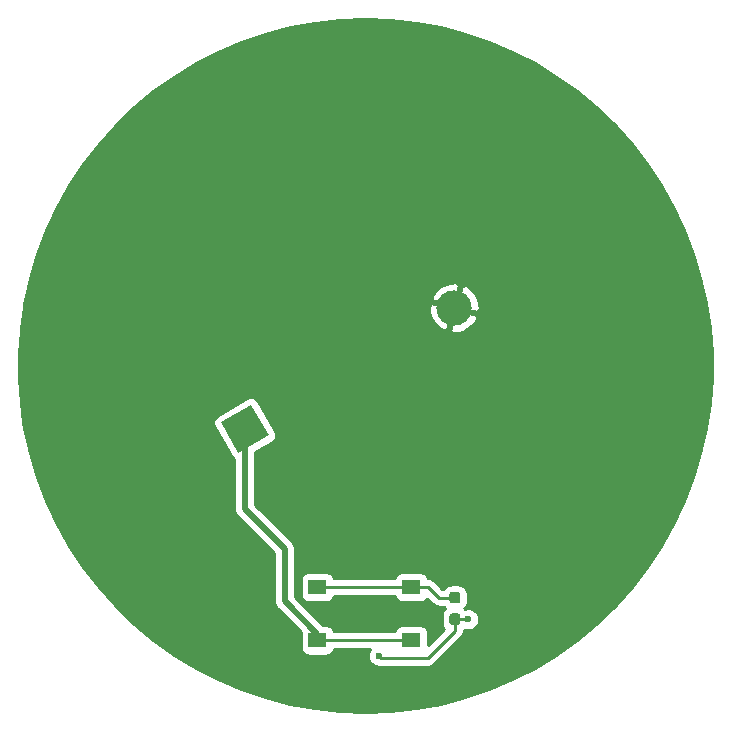
<source format=gbr>
%TF.GenerationSoftware,KiCad,Pcbnew,5.1.9+dfsg1-1~bpo10+1*%
%TF.CreationDate,2022-05-07T14:54:34+02:00*%
%TF.ProjectId,vjeverica-mirror,766a6576-6572-4696-9361-2d6d6972726f,rev?*%
%TF.SameCoordinates,Original*%
%TF.FileFunction,Copper,L2,Bot*%
%TF.FilePolarity,Positive*%
%FSLAX46Y46*%
G04 Gerber Fmt 4.6, Leading zero omitted, Abs format (unit mm)*
G04 Created by KiCad (PCBNEW 5.1.9+dfsg1-1~bpo10+1) date 2022-05-07 14:54:34*
%MOMM*%
%LPD*%
G01*
G04 APERTURE LIST*
%TA.AperFunction,ComponentPad*%
%ADD10C,3.000000*%
%TD*%
%TA.AperFunction,ComponentPad*%
%ADD11C,0.100000*%
%TD*%
%TA.AperFunction,SMDPad,CuDef*%
%ADD12R,1.550000X1.300000*%
%TD*%
%TA.AperFunction,ViaPad*%
%ADD13C,0.600000*%
%TD*%
%TA.AperFunction,Conductor*%
%ADD14C,0.250000*%
%TD*%
%TA.AperFunction,Conductor*%
%ADD15C,0.500000*%
%TD*%
%TA.AperFunction,Conductor*%
%ADD16C,0.254000*%
%TD*%
%TA.AperFunction,Conductor*%
%ADD17C,0.100000*%
%TD*%
G04 APERTURE END LIST*
D10*
%TO.P,BT1,2*%
%TO.N,GND*%
X148844861Y-91685000D03*
%TA.AperFunction,ComponentPad*%
D11*
%TO.P,BT1,1*%
%TO.N,Net-(BT1-Pad1)*%
G36*
X130550962Y-103979038D02*
G01*
X129050962Y-101380962D01*
X131649038Y-99880962D01*
X133149038Y-102479038D01*
X130550962Y-103979038D01*
G37*
%TD.AperFunction*%
%TD*%
%TO.P,R1,1*%
%TO.N,Net-(D1-Pad2)*%
%TA.AperFunction,SMDPad,CuDef*%
G36*
G01*
X149127500Y-118540000D02*
X148652500Y-118540000D01*
G75*
G02*
X148415000Y-118302500I0J237500D01*
G01*
X148415000Y-117802500D01*
G75*
G02*
X148652500Y-117565000I237500J0D01*
G01*
X149127500Y-117565000D01*
G75*
G02*
X149365000Y-117802500I0J-237500D01*
G01*
X149365000Y-118302500D01*
G75*
G02*
X149127500Y-118540000I-237500J0D01*
G01*
G37*
%TD.AperFunction*%
%TO.P,R1,2*%
%TO.N,Net-(R1-Pad2)*%
%TA.AperFunction,SMDPad,CuDef*%
G36*
G01*
X149127500Y-116715000D02*
X148652500Y-116715000D01*
G75*
G02*
X148415000Y-116477500I0J237500D01*
G01*
X148415000Y-115977500D01*
G75*
G02*
X148652500Y-115740000I237500J0D01*
G01*
X149127500Y-115740000D01*
G75*
G02*
X149365000Y-115977500I0J-237500D01*
G01*
X149365000Y-116477500D01*
G75*
G02*
X149127500Y-116715000I-237500J0D01*
G01*
G37*
%TD.AperFunction*%
%TD*%
D12*
%TO.P,SW1,2*%
%TO.N,Net-(R1-Pad2)*%
X137244000Y-115352000D03*
%TO.P,SW1,1*%
%TO.N,Net-(BT1-Pad1)*%
X137244000Y-119852000D03*
X145204000Y-119852000D03*
%TO.P,SW1,2*%
%TO.N,Net-(R1-Pad2)*%
X145204000Y-115352000D03*
%TD*%
D13*
%TO.N,Net-(D1-Pad2)*%
X150030000Y-118070000D03*
X142470000Y-121160000D03*
%TO.N,GND*%
X142450000Y-118050000D03*
X151060000Y-115630000D03*
X129490000Y-114490000D03*
X122010000Y-106230000D03*
X119820000Y-95280000D03*
X123250000Y-84660000D03*
X131740000Y-77270000D03*
X142560000Y-75100000D03*
X153060000Y-78770000D03*
X160380000Y-86910000D03*
X162760000Y-97780000D03*
X159270000Y-108310000D03*
%TD*%
D14*
%TO.N,Net-(BT1-Pad1)*%
X145204000Y-119852000D02*
X137244000Y-119852000D01*
D15*
X131100000Y-101930000D02*
X131100000Y-108720000D01*
X131100000Y-108720000D02*
X134480000Y-112100000D01*
X134480000Y-112100000D02*
X134480000Y-116530000D01*
X137244000Y-119294000D02*
X137244000Y-119852000D01*
X134480000Y-116530000D02*
X137244000Y-119294000D01*
D14*
%TO.N,Net-(D1-Pad2)*%
X150012500Y-118052500D02*
X148890000Y-118052500D01*
X150030000Y-118070000D02*
X150012500Y-118052500D01*
X148890000Y-118052500D02*
X148890000Y-119030000D01*
X148890000Y-119030000D02*
X146600000Y-121320000D01*
X146600000Y-121320000D02*
X142630000Y-121320000D01*
X142630000Y-121320000D02*
X142470000Y-121160000D01*
%TO.N,Net-(R1-Pad2)*%
X148890000Y-116227500D02*
X147527500Y-116227500D01*
X146652000Y-115352000D02*
X145204000Y-115352000D01*
X147527500Y-116227500D02*
X146652000Y-115352000D01*
X145204000Y-115352000D02*
X137244000Y-115352000D01*
%TD*%
D16*
%TO.N,GND*%
X143441683Y-67318271D02*
X145571938Y-67552666D01*
X147679401Y-67941934D01*
X149752828Y-68483998D01*
X151781154Y-69175967D01*
X153753560Y-70014149D01*
X155659520Y-70994070D01*
X157488866Y-72110504D01*
X159231837Y-73357493D01*
X160879134Y-74728384D01*
X162421968Y-76215863D01*
X163852107Y-77811994D01*
X165161921Y-79508259D01*
X166344421Y-81295610D01*
X167393299Y-83164510D01*
X168302957Y-85104988D01*
X169068543Y-87106689D01*
X169685972Y-89158935D01*
X170151949Y-91250775D01*
X170463989Y-93371049D01*
X170620426Y-95508444D01*
X170620426Y-97651556D01*
X170463989Y-99788951D01*
X170151949Y-101909225D01*
X169685972Y-104001065D01*
X169068543Y-106053311D01*
X168302957Y-108055012D01*
X167393299Y-109995490D01*
X166344421Y-111864390D01*
X165161921Y-113651741D01*
X163852107Y-115348006D01*
X162421968Y-116944137D01*
X160879134Y-118431616D01*
X159231837Y-119802507D01*
X157488866Y-121049496D01*
X155659520Y-122165930D01*
X153753560Y-123145851D01*
X151781154Y-123984033D01*
X149752828Y-124676002D01*
X147679401Y-125218066D01*
X145571938Y-125607334D01*
X143441683Y-125841729D01*
X141300000Y-125920000D01*
X139158317Y-125841729D01*
X137028062Y-125607334D01*
X134920599Y-125218066D01*
X132847172Y-124676002D01*
X130818846Y-123984033D01*
X128846440Y-123145851D01*
X126940480Y-122165930D01*
X125111134Y-121049496D01*
X123368163Y-119802507D01*
X121720866Y-118431616D01*
X120178032Y-116944137D01*
X118747893Y-115348006D01*
X117438079Y-113651741D01*
X116255579Y-111864390D01*
X115206701Y-109995490D01*
X114297043Y-108055012D01*
X113531457Y-106053311D01*
X112914028Y-104001065D01*
X112448051Y-101909225D01*
X112364166Y-101339230D01*
X128414256Y-101339230D01*
X128418349Y-101464247D01*
X128446752Y-101586064D01*
X128498375Y-101699998D01*
X129998375Y-104298074D01*
X130071234Y-104399748D01*
X130162528Y-104485255D01*
X130215000Y-104517884D01*
X130215001Y-108676521D01*
X130210719Y-108720000D01*
X130227805Y-108893490D01*
X130278412Y-109060313D01*
X130360590Y-109214059D01*
X130443468Y-109315046D01*
X130443471Y-109315049D01*
X130471184Y-109348817D01*
X130504951Y-109376529D01*
X133595000Y-112466579D01*
X133595001Y-116486521D01*
X133590719Y-116530000D01*
X133607805Y-116703490D01*
X133658412Y-116870313D01*
X133740590Y-117024059D01*
X133823468Y-117125046D01*
X133823471Y-117125049D01*
X133851184Y-117158817D01*
X133884951Y-117186529D01*
X135837159Y-119138737D01*
X135830928Y-119202000D01*
X135830928Y-120502000D01*
X135843188Y-120626482D01*
X135879498Y-120746180D01*
X135938463Y-120856494D01*
X136017815Y-120953185D01*
X136114506Y-121032537D01*
X136224820Y-121091502D01*
X136344518Y-121127812D01*
X136469000Y-121140072D01*
X138019000Y-121140072D01*
X138143482Y-121127812D01*
X138263180Y-121091502D01*
X138373494Y-121032537D01*
X138470185Y-120953185D01*
X138549537Y-120856494D01*
X138608502Y-120746180D01*
X138644812Y-120626482D01*
X138646238Y-120612000D01*
X141711647Y-120612000D01*
X141641414Y-120717111D01*
X141570932Y-120887271D01*
X141535000Y-121067911D01*
X141535000Y-121252089D01*
X141570932Y-121432729D01*
X141641414Y-121602889D01*
X141743738Y-121756028D01*
X141873972Y-121886262D01*
X142027111Y-121988586D01*
X142197271Y-122059068D01*
X142377911Y-122095000D01*
X142562089Y-122095000D01*
X142622654Y-122082953D01*
X142629999Y-122083676D01*
X142667322Y-122080000D01*
X146562678Y-122080000D01*
X146600000Y-122083676D01*
X146637322Y-122080000D01*
X146637333Y-122080000D01*
X146748986Y-122069003D01*
X146892247Y-122025546D01*
X147024276Y-121954974D01*
X147140001Y-121860001D01*
X147163804Y-121830997D01*
X149401003Y-119593799D01*
X149430001Y-119570001D01*
X149456332Y-119537917D01*
X149524974Y-119454277D01*
X149595546Y-119322247D01*
X149604115Y-119293999D01*
X149639003Y-119178986D01*
X149650000Y-119067333D01*
X149650000Y-119067324D01*
X149653676Y-119030001D01*
X149650751Y-119000303D01*
X149711774Y-118950223D01*
X149757271Y-118969068D01*
X149937911Y-119005000D01*
X150122089Y-119005000D01*
X150302729Y-118969068D01*
X150472889Y-118898586D01*
X150626028Y-118796262D01*
X150756262Y-118666028D01*
X150858586Y-118512889D01*
X150929068Y-118342729D01*
X150965000Y-118162089D01*
X150965000Y-117977911D01*
X150929068Y-117797271D01*
X150858586Y-117627111D01*
X150756262Y-117473972D01*
X150626028Y-117343738D01*
X150472889Y-117241414D01*
X150302729Y-117170932D01*
X150122089Y-117135000D01*
X149937911Y-117135000D01*
X149757271Y-117170932D01*
X149740117Y-117178037D01*
X149693768Y-117140000D01*
X149746623Y-117096623D01*
X149855512Y-116963942D01*
X149936423Y-116812567D01*
X149986248Y-116648316D01*
X150003072Y-116477500D01*
X150003072Y-115977500D01*
X149986248Y-115806684D01*
X149936423Y-115642433D01*
X149855512Y-115491058D01*
X149746623Y-115358377D01*
X149613942Y-115249488D01*
X149462567Y-115168577D01*
X149298316Y-115118752D01*
X149127500Y-115101928D01*
X148652500Y-115101928D01*
X148481684Y-115118752D01*
X148317433Y-115168577D01*
X148166058Y-115249488D01*
X148033377Y-115358377D01*
X147943822Y-115467500D01*
X147842302Y-115467500D01*
X147215803Y-114841002D01*
X147192001Y-114811999D01*
X147076276Y-114717026D01*
X146944247Y-114646454D01*
X146800986Y-114602997D01*
X146689333Y-114592000D01*
X146689322Y-114592000D01*
X146652000Y-114588324D01*
X146614678Y-114592000D01*
X146606238Y-114592000D01*
X146604812Y-114577518D01*
X146568502Y-114457820D01*
X146509537Y-114347506D01*
X146430185Y-114250815D01*
X146333494Y-114171463D01*
X146223180Y-114112498D01*
X146103482Y-114076188D01*
X145979000Y-114063928D01*
X144429000Y-114063928D01*
X144304518Y-114076188D01*
X144184820Y-114112498D01*
X144074506Y-114171463D01*
X143977815Y-114250815D01*
X143898463Y-114347506D01*
X143839498Y-114457820D01*
X143803188Y-114577518D01*
X143801762Y-114592000D01*
X138646238Y-114592000D01*
X138644812Y-114577518D01*
X138608502Y-114457820D01*
X138549537Y-114347506D01*
X138470185Y-114250815D01*
X138373494Y-114171463D01*
X138263180Y-114112498D01*
X138143482Y-114076188D01*
X138019000Y-114063928D01*
X136469000Y-114063928D01*
X136344518Y-114076188D01*
X136224820Y-114112498D01*
X136114506Y-114171463D01*
X136017815Y-114250815D01*
X135938463Y-114347506D01*
X135879498Y-114457820D01*
X135843188Y-114577518D01*
X135830928Y-114702000D01*
X135830928Y-116002000D01*
X135843188Y-116126482D01*
X135879498Y-116246180D01*
X135938463Y-116356494D01*
X136017815Y-116453185D01*
X136114506Y-116532537D01*
X136224820Y-116591502D01*
X136344518Y-116627812D01*
X136469000Y-116640072D01*
X138019000Y-116640072D01*
X138143482Y-116627812D01*
X138263180Y-116591502D01*
X138373494Y-116532537D01*
X138470185Y-116453185D01*
X138549537Y-116356494D01*
X138608502Y-116246180D01*
X138644812Y-116126482D01*
X138646238Y-116112000D01*
X143801762Y-116112000D01*
X143803188Y-116126482D01*
X143839498Y-116246180D01*
X143898463Y-116356494D01*
X143977815Y-116453185D01*
X144074506Y-116532537D01*
X144184820Y-116591502D01*
X144304518Y-116627812D01*
X144429000Y-116640072D01*
X145979000Y-116640072D01*
X146103482Y-116627812D01*
X146223180Y-116591502D01*
X146333494Y-116532537D01*
X146430185Y-116453185D01*
X146509537Y-116356494D01*
X146534671Y-116309472D01*
X146963701Y-116738503D01*
X146987499Y-116767501D01*
X147016497Y-116791299D01*
X147103223Y-116862474D01*
X147223807Y-116926928D01*
X147235253Y-116933046D01*
X147378514Y-116976503D01*
X147490167Y-116987500D01*
X147490177Y-116987500D01*
X147527500Y-116991176D01*
X147564823Y-116987500D01*
X147943822Y-116987500D01*
X148033377Y-117096623D01*
X148086232Y-117140000D01*
X148033377Y-117183377D01*
X147924488Y-117316058D01*
X147843577Y-117467433D01*
X147793752Y-117631684D01*
X147776928Y-117802500D01*
X147776928Y-118302500D01*
X147793752Y-118473316D01*
X147843577Y-118637567D01*
X147924488Y-118788942D01*
X147983883Y-118861315D01*
X146617072Y-120228127D01*
X146617072Y-119202000D01*
X146604812Y-119077518D01*
X146568502Y-118957820D01*
X146509537Y-118847506D01*
X146430185Y-118750815D01*
X146333494Y-118671463D01*
X146223180Y-118612498D01*
X146103482Y-118576188D01*
X145979000Y-118563928D01*
X144429000Y-118563928D01*
X144304518Y-118576188D01*
X144184820Y-118612498D01*
X144074506Y-118671463D01*
X143977815Y-118750815D01*
X143898463Y-118847506D01*
X143839498Y-118957820D01*
X143803188Y-119077518D01*
X143801762Y-119092000D01*
X138646238Y-119092000D01*
X138644812Y-119077518D01*
X138608502Y-118957820D01*
X138549537Y-118847506D01*
X138470185Y-118750815D01*
X138373494Y-118671463D01*
X138263180Y-118612498D01*
X138143482Y-118576188D01*
X138019000Y-118563928D01*
X137765507Y-118563928D01*
X135365000Y-116163422D01*
X135365000Y-112143469D01*
X135369281Y-112100000D01*
X135365000Y-112056531D01*
X135365000Y-112056523D01*
X135352195Y-111926510D01*
X135301589Y-111759687D01*
X135219411Y-111605941D01*
X135108817Y-111471183D01*
X135075050Y-111443471D01*
X131985000Y-108353422D01*
X131985000Y-103887878D01*
X133468074Y-103031625D01*
X133569748Y-102958766D01*
X133655255Y-102867472D01*
X133721307Y-102761250D01*
X133765368Y-102644183D01*
X133785744Y-102520770D01*
X133781651Y-102395753D01*
X133753248Y-102273936D01*
X133701625Y-102160002D01*
X132201625Y-99561926D01*
X132128766Y-99460252D01*
X132037472Y-99374745D01*
X131931250Y-99308693D01*
X131814183Y-99264632D01*
X131690770Y-99244256D01*
X131565753Y-99248349D01*
X131443936Y-99276752D01*
X131330002Y-99328375D01*
X128731926Y-100828375D01*
X128630252Y-100901234D01*
X128544745Y-100992528D01*
X128478693Y-101098750D01*
X128434632Y-101215817D01*
X128414256Y-101339230D01*
X112364166Y-101339230D01*
X112136011Y-99788951D01*
X111979574Y-97651556D01*
X111979574Y-95508444D01*
X112116850Y-93632833D01*
X148454421Y-93632833D01*
X148747310Y-93828112D01*
X149167285Y-93805963D01*
X149574869Y-93702308D01*
X149954399Y-93521128D01*
X150291290Y-93269387D01*
X150572597Y-92956759D01*
X150749626Y-92672074D01*
X150726954Y-92320785D01*
X148934664Y-91840543D01*
X148454421Y-93632833D01*
X112116850Y-93632833D01*
X112136011Y-93371049D01*
X112398502Y-91587449D01*
X146701749Y-91587449D01*
X146723898Y-92007424D01*
X146827553Y-92415008D01*
X147008733Y-92794538D01*
X147260474Y-93131429D01*
X147573102Y-93412736D01*
X147857787Y-93589765D01*
X148209076Y-93567093D01*
X148689318Y-91774803D01*
X148019020Y-91595197D01*
X149000404Y-91595197D01*
X150792694Y-92075440D01*
X150987973Y-91782551D01*
X150965824Y-91362576D01*
X150862169Y-90954992D01*
X150680989Y-90575462D01*
X150429248Y-90238571D01*
X150116620Y-89957264D01*
X149831935Y-89780235D01*
X149480646Y-89802907D01*
X149000404Y-91595197D01*
X148019020Y-91595197D01*
X146897028Y-91294560D01*
X146701749Y-91587449D01*
X112398502Y-91587449D01*
X112448051Y-91250775D01*
X112571203Y-90697926D01*
X146940096Y-90697926D01*
X146962768Y-91049215D01*
X148755058Y-91529457D01*
X149235301Y-89737167D01*
X148942412Y-89541888D01*
X148522437Y-89564037D01*
X148114853Y-89667692D01*
X147735323Y-89848872D01*
X147398432Y-90100613D01*
X147117125Y-90413241D01*
X146940096Y-90697926D01*
X112571203Y-90697926D01*
X112914028Y-89158935D01*
X113531457Y-87106689D01*
X114297043Y-85104988D01*
X115206701Y-83164510D01*
X116255579Y-81295610D01*
X117438079Y-79508259D01*
X118747893Y-77811994D01*
X120178032Y-76215863D01*
X121720866Y-74728384D01*
X123368163Y-73357493D01*
X125111134Y-72110504D01*
X126940480Y-70994070D01*
X128846440Y-70014149D01*
X130818846Y-69175967D01*
X132847172Y-68483998D01*
X134920599Y-67941934D01*
X137028062Y-67552666D01*
X139158317Y-67318271D01*
X141300000Y-67240000D01*
X143441683Y-67318271D01*
%TA.AperFunction,Conductor*%
D17*
G36*
X143441683Y-67318271D02*
G01*
X145571938Y-67552666D01*
X147679401Y-67941934D01*
X149752828Y-68483998D01*
X151781154Y-69175967D01*
X153753560Y-70014149D01*
X155659520Y-70994070D01*
X157488866Y-72110504D01*
X159231837Y-73357493D01*
X160879134Y-74728384D01*
X162421968Y-76215863D01*
X163852107Y-77811994D01*
X165161921Y-79508259D01*
X166344421Y-81295610D01*
X167393299Y-83164510D01*
X168302957Y-85104988D01*
X169068543Y-87106689D01*
X169685972Y-89158935D01*
X170151949Y-91250775D01*
X170463989Y-93371049D01*
X170620426Y-95508444D01*
X170620426Y-97651556D01*
X170463989Y-99788951D01*
X170151949Y-101909225D01*
X169685972Y-104001065D01*
X169068543Y-106053311D01*
X168302957Y-108055012D01*
X167393299Y-109995490D01*
X166344421Y-111864390D01*
X165161921Y-113651741D01*
X163852107Y-115348006D01*
X162421968Y-116944137D01*
X160879134Y-118431616D01*
X159231837Y-119802507D01*
X157488866Y-121049496D01*
X155659520Y-122165930D01*
X153753560Y-123145851D01*
X151781154Y-123984033D01*
X149752828Y-124676002D01*
X147679401Y-125218066D01*
X145571938Y-125607334D01*
X143441683Y-125841729D01*
X141300000Y-125920000D01*
X139158317Y-125841729D01*
X137028062Y-125607334D01*
X134920599Y-125218066D01*
X132847172Y-124676002D01*
X130818846Y-123984033D01*
X128846440Y-123145851D01*
X126940480Y-122165930D01*
X125111134Y-121049496D01*
X123368163Y-119802507D01*
X121720866Y-118431616D01*
X120178032Y-116944137D01*
X118747893Y-115348006D01*
X117438079Y-113651741D01*
X116255579Y-111864390D01*
X115206701Y-109995490D01*
X114297043Y-108055012D01*
X113531457Y-106053311D01*
X112914028Y-104001065D01*
X112448051Y-101909225D01*
X112364166Y-101339230D01*
X128414256Y-101339230D01*
X128418349Y-101464247D01*
X128446752Y-101586064D01*
X128498375Y-101699998D01*
X129998375Y-104298074D01*
X130071234Y-104399748D01*
X130162528Y-104485255D01*
X130215000Y-104517884D01*
X130215001Y-108676521D01*
X130210719Y-108720000D01*
X130227805Y-108893490D01*
X130278412Y-109060313D01*
X130360590Y-109214059D01*
X130443468Y-109315046D01*
X130443471Y-109315049D01*
X130471184Y-109348817D01*
X130504951Y-109376529D01*
X133595000Y-112466579D01*
X133595001Y-116486521D01*
X133590719Y-116530000D01*
X133607805Y-116703490D01*
X133658412Y-116870313D01*
X133740590Y-117024059D01*
X133823468Y-117125046D01*
X133823471Y-117125049D01*
X133851184Y-117158817D01*
X133884951Y-117186529D01*
X135837159Y-119138737D01*
X135830928Y-119202000D01*
X135830928Y-120502000D01*
X135843188Y-120626482D01*
X135879498Y-120746180D01*
X135938463Y-120856494D01*
X136017815Y-120953185D01*
X136114506Y-121032537D01*
X136224820Y-121091502D01*
X136344518Y-121127812D01*
X136469000Y-121140072D01*
X138019000Y-121140072D01*
X138143482Y-121127812D01*
X138263180Y-121091502D01*
X138373494Y-121032537D01*
X138470185Y-120953185D01*
X138549537Y-120856494D01*
X138608502Y-120746180D01*
X138644812Y-120626482D01*
X138646238Y-120612000D01*
X141711647Y-120612000D01*
X141641414Y-120717111D01*
X141570932Y-120887271D01*
X141535000Y-121067911D01*
X141535000Y-121252089D01*
X141570932Y-121432729D01*
X141641414Y-121602889D01*
X141743738Y-121756028D01*
X141873972Y-121886262D01*
X142027111Y-121988586D01*
X142197271Y-122059068D01*
X142377911Y-122095000D01*
X142562089Y-122095000D01*
X142622654Y-122082953D01*
X142629999Y-122083676D01*
X142667322Y-122080000D01*
X146562678Y-122080000D01*
X146600000Y-122083676D01*
X146637322Y-122080000D01*
X146637333Y-122080000D01*
X146748986Y-122069003D01*
X146892247Y-122025546D01*
X147024276Y-121954974D01*
X147140001Y-121860001D01*
X147163804Y-121830997D01*
X149401003Y-119593799D01*
X149430001Y-119570001D01*
X149456332Y-119537917D01*
X149524974Y-119454277D01*
X149595546Y-119322247D01*
X149604115Y-119293999D01*
X149639003Y-119178986D01*
X149650000Y-119067333D01*
X149650000Y-119067324D01*
X149653676Y-119030001D01*
X149650751Y-119000303D01*
X149711774Y-118950223D01*
X149757271Y-118969068D01*
X149937911Y-119005000D01*
X150122089Y-119005000D01*
X150302729Y-118969068D01*
X150472889Y-118898586D01*
X150626028Y-118796262D01*
X150756262Y-118666028D01*
X150858586Y-118512889D01*
X150929068Y-118342729D01*
X150965000Y-118162089D01*
X150965000Y-117977911D01*
X150929068Y-117797271D01*
X150858586Y-117627111D01*
X150756262Y-117473972D01*
X150626028Y-117343738D01*
X150472889Y-117241414D01*
X150302729Y-117170932D01*
X150122089Y-117135000D01*
X149937911Y-117135000D01*
X149757271Y-117170932D01*
X149740117Y-117178037D01*
X149693768Y-117140000D01*
X149746623Y-117096623D01*
X149855512Y-116963942D01*
X149936423Y-116812567D01*
X149986248Y-116648316D01*
X150003072Y-116477500D01*
X150003072Y-115977500D01*
X149986248Y-115806684D01*
X149936423Y-115642433D01*
X149855512Y-115491058D01*
X149746623Y-115358377D01*
X149613942Y-115249488D01*
X149462567Y-115168577D01*
X149298316Y-115118752D01*
X149127500Y-115101928D01*
X148652500Y-115101928D01*
X148481684Y-115118752D01*
X148317433Y-115168577D01*
X148166058Y-115249488D01*
X148033377Y-115358377D01*
X147943822Y-115467500D01*
X147842302Y-115467500D01*
X147215803Y-114841002D01*
X147192001Y-114811999D01*
X147076276Y-114717026D01*
X146944247Y-114646454D01*
X146800986Y-114602997D01*
X146689333Y-114592000D01*
X146689322Y-114592000D01*
X146652000Y-114588324D01*
X146614678Y-114592000D01*
X146606238Y-114592000D01*
X146604812Y-114577518D01*
X146568502Y-114457820D01*
X146509537Y-114347506D01*
X146430185Y-114250815D01*
X146333494Y-114171463D01*
X146223180Y-114112498D01*
X146103482Y-114076188D01*
X145979000Y-114063928D01*
X144429000Y-114063928D01*
X144304518Y-114076188D01*
X144184820Y-114112498D01*
X144074506Y-114171463D01*
X143977815Y-114250815D01*
X143898463Y-114347506D01*
X143839498Y-114457820D01*
X143803188Y-114577518D01*
X143801762Y-114592000D01*
X138646238Y-114592000D01*
X138644812Y-114577518D01*
X138608502Y-114457820D01*
X138549537Y-114347506D01*
X138470185Y-114250815D01*
X138373494Y-114171463D01*
X138263180Y-114112498D01*
X138143482Y-114076188D01*
X138019000Y-114063928D01*
X136469000Y-114063928D01*
X136344518Y-114076188D01*
X136224820Y-114112498D01*
X136114506Y-114171463D01*
X136017815Y-114250815D01*
X135938463Y-114347506D01*
X135879498Y-114457820D01*
X135843188Y-114577518D01*
X135830928Y-114702000D01*
X135830928Y-116002000D01*
X135843188Y-116126482D01*
X135879498Y-116246180D01*
X135938463Y-116356494D01*
X136017815Y-116453185D01*
X136114506Y-116532537D01*
X136224820Y-116591502D01*
X136344518Y-116627812D01*
X136469000Y-116640072D01*
X138019000Y-116640072D01*
X138143482Y-116627812D01*
X138263180Y-116591502D01*
X138373494Y-116532537D01*
X138470185Y-116453185D01*
X138549537Y-116356494D01*
X138608502Y-116246180D01*
X138644812Y-116126482D01*
X138646238Y-116112000D01*
X143801762Y-116112000D01*
X143803188Y-116126482D01*
X143839498Y-116246180D01*
X143898463Y-116356494D01*
X143977815Y-116453185D01*
X144074506Y-116532537D01*
X144184820Y-116591502D01*
X144304518Y-116627812D01*
X144429000Y-116640072D01*
X145979000Y-116640072D01*
X146103482Y-116627812D01*
X146223180Y-116591502D01*
X146333494Y-116532537D01*
X146430185Y-116453185D01*
X146509537Y-116356494D01*
X146534671Y-116309472D01*
X146963701Y-116738503D01*
X146987499Y-116767501D01*
X147016497Y-116791299D01*
X147103223Y-116862474D01*
X147223807Y-116926928D01*
X147235253Y-116933046D01*
X147378514Y-116976503D01*
X147490167Y-116987500D01*
X147490177Y-116987500D01*
X147527500Y-116991176D01*
X147564823Y-116987500D01*
X147943822Y-116987500D01*
X148033377Y-117096623D01*
X148086232Y-117140000D01*
X148033377Y-117183377D01*
X147924488Y-117316058D01*
X147843577Y-117467433D01*
X147793752Y-117631684D01*
X147776928Y-117802500D01*
X147776928Y-118302500D01*
X147793752Y-118473316D01*
X147843577Y-118637567D01*
X147924488Y-118788942D01*
X147983883Y-118861315D01*
X146617072Y-120228127D01*
X146617072Y-119202000D01*
X146604812Y-119077518D01*
X146568502Y-118957820D01*
X146509537Y-118847506D01*
X146430185Y-118750815D01*
X146333494Y-118671463D01*
X146223180Y-118612498D01*
X146103482Y-118576188D01*
X145979000Y-118563928D01*
X144429000Y-118563928D01*
X144304518Y-118576188D01*
X144184820Y-118612498D01*
X144074506Y-118671463D01*
X143977815Y-118750815D01*
X143898463Y-118847506D01*
X143839498Y-118957820D01*
X143803188Y-119077518D01*
X143801762Y-119092000D01*
X138646238Y-119092000D01*
X138644812Y-119077518D01*
X138608502Y-118957820D01*
X138549537Y-118847506D01*
X138470185Y-118750815D01*
X138373494Y-118671463D01*
X138263180Y-118612498D01*
X138143482Y-118576188D01*
X138019000Y-118563928D01*
X137765507Y-118563928D01*
X135365000Y-116163422D01*
X135365000Y-112143469D01*
X135369281Y-112100000D01*
X135365000Y-112056531D01*
X135365000Y-112056523D01*
X135352195Y-111926510D01*
X135301589Y-111759687D01*
X135219411Y-111605941D01*
X135108817Y-111471183D01*
X135075050Y-111443471D01*
X131985000Y-108353422D01*
X131985000Y-103887878D01*
X133468074Y-103031625D01*
X133569748Y-102958766D01*
X133655255Y-102867472D01*
X133721307Y-102761250D01*
X133765368Y-102644183D01*
X133785744Y-102520770D01*
X133781651Y-102395753D01*
X133753248Y-102273936D01*
X133701625Y-102160002D01*
X132201625Y-99561926D01*
X132128766Y-99460252D01*
X132037472Y-99374745D01*
X131931250Y-99308693D01*
X131814183Y-99264632D01*
X131690770Y-99244256D01*
X131565753Y-99248349D01*
X131443936Y-99276752D01*
X131330002Y-99328375D01*
X128731926Y-100828375D01*
X128630252Y-100901234D01*
X128544745Y-100992528D01*
X128478693Y-101098750D01*
X128434632Y-101215817D01*
X128414256Y-101339230D01*
X112364166Y-101339230D01*
X112136011Y-99788951D01*
X111979574Y-97651556D01*
X111979574Y-95508444D01*
X112116850Y-93632833D01*
X148454421Y-93632833D01*
X148747310Y-93828112D01*
X149167285Y-93805963D01*
X149574869Y-93702308D01*
X149954399Y-93521128D01*
X150291290Y-93269387D01*
X150572597Y-92956759D01*
X150749626Y-92672074D01*
X150726954Y-92320785D01*
X148934664Y-91840543D01*
X148454421Y-93632833D01*
X112116850Y-93632833D01*
X112136011Y-93371049D01*
X112398502Y-91587449D01*
X146701749Y-91587449D01*
X146723898Y-92007424D01*
X146827553Y-92415008D01*
X147008733Y-92794538D01*
X147260474Y-93131429D01*
X147573102Y-93412736D01*
X147857787Y-93589765D01*
X148209076Y-93567093D01*
X148689318Y-91774803D01*
X148019020Y-91595197D01*
X149000404Y-91595197D01*
X150792694Y-92075440D01*
X150987973Y-91782551D01*
X150965824Y-91362576D01*
X150862169Y-90954992D01*
X150680989Y-90575462D01*
X150429248Y-90238571D01*
X150116620Y-89957264D01*
X149831935Y-89780235D01*
X149480646Y-89802907D01*
X149000404Y-91595197D01*
X148019020Y-91595197D01*
X146897028Y-91294560D01*
X146701749Y-91587449D01*
X112398502Y-91587449D01*
X112448051Y-91250775D01*
X112571203Y-90697926D01*
X146940096Y-90697926D01*
X146962768Y-91049215D01*
X148755058Y-91529457D01*
X149235301Y-89737167D01*
X148942412Y-89541888D01*
X148522437Y-89564037D01*
X148114853Y-89667692D01*
X147735323Y-89848872D01*
X147398432Y-90100613D01*
X147117125Y-90413241D01*
X146940096Y-90697926D01*
X112571203Y-90697926D01*
X112914028Y-89158935D01*
X113531457Y-87106689D01*
X114297043Y-85104988D01*
X115206701Y-83164510D01*
X116255579Y-81295610D01*
X117438079Y-79508259D01*
X118747893Y-77811994D01*
X120178032Y-76215863D01*
X121720866Y-74728384D01*
X123368163Y-73357493D01*
X125111134Y-72110504D01*
X126940480Y-70994070D01*
X128846440Y-70014149D01*
X130818846Y-69175967D01*
X132847172Y-68483998D01*
X134920599Y-67941934D01*
X137028062Y-67552666D01*
X139158317Y-67318271D01*
X141300000Y-67240000D01*
X143441683Y-67318271D01*
G37*
%TD.AperFunction*%
%TD*%
M02*

</source>
